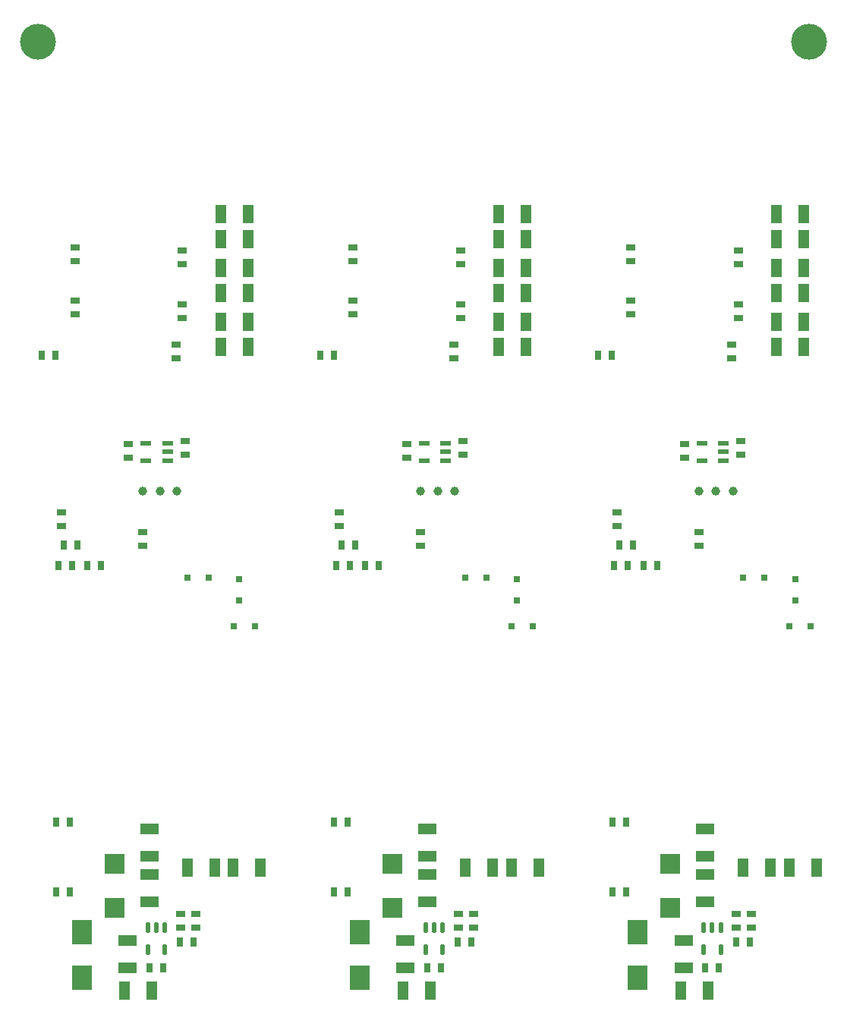
<source format=gbp>
%TF.GenerationSoftware,KiCad,Pcbnew,6.0.4-6f826c9f35~116~ubuntu20.04.1*%
%TF.CreationDate,2022-04-22T17:02:12+02:00*%
%TF.ProjectId,crawl_esc_pan,63726177-6c5f-4657-9363-5f70616e2e6b,rev?*%
%TF.SameCoordinates,Original*%
%TF.FileFunction,Paste,Bot*%
%TF.FilePolarity,Positive*%
%FSLAX46Y46*%
G04 Gerber Fmt 4.6, Leading zero omitted, Abs format (unit mm)*
G04 Created by KiCad (PCBNEW 6.0.4-6f826c9f35~116~ubuntu20.04.1) date 2022-04-22 17:02:12*
%MOMM*%
%LPD*%
G01*
G04 APERTURE LIST*
G04 Aperture macros list*
%AMRoundRect*
0 Rectangle with rounded corners*
0 $1 Rounding radius*
0 $2 $3 $4 $5 $6 $7 $8 $9 X,Y pos of 4 corners*
0 Add a 4 corners polygon primitive as box body*
4,1,4,$2,$3,$4,$5,$6,$7,$8,$9,$2,$3,0*
0 Add four circle primitives for the rounded corners*
1,1,$1+$1,$2,$3*
1,1,$1+$1,$4,$5*
1,1,$1+$1,$6,$7*
1,1,$1+$1,$8,$9*
0 Add four rect primitives between the rounded corners*
20,1,$1+$1,$2,$3,$4,$5,0*
20,1,$1+$1,$4,$5,$6,$7,0*
20,1,$1+$1,$6,$7,$8,$9,0*
20,1,$1+$1,$8,$9,$2,$3,0*%
G04 Aperture macros list end*
%ADD10C,1.000000*%
%ADD11C,4.000000*%
%ADD12R,1.016000X0.762000*%
%ADD13R,1.193800X2.006600*%
%ADD14RoundRect,0.147500X-0.147500X0.457500X-0.147500X-0.457500X0.147500X-0.457500X0.147500X0.457500X0*%
%ADD15R,0.800000X0.800000*%
%ADD16R,2.006600X1.193800*%
%ADD17R,0.762000X1.016000*%
%ADD18R,1.200000X0.600000*%
%ADD19R,2.260000X2.160000*%
%ADD20R,2.200000X2.700000*%
G04 APERTURE END LIST*
D10*
%TO.C,TP3*%
X109896516Y-87163671D03*
%TD*%
%TO.C,TP1*%
X76996517Y-87163671D03*
%TD*%
D11*
%TO.C,*%
X149401100Y-37103599D03*
%TD*%
D10*
%TO.C,TP3*%
X140896516Y-87163671D03*
%TD*%
%TO.C,TP2*%
X137096516Y-87163671D03*
%TD*%
%TO.C,TP1*%
X138996517Y-87163671D03*
%TD*%
D11*
%TO.C,*%
X63401100Y-37103599D03*
%TD*%
D10*
%TO.C,TP2*%
X106096516Y-87163671D03*
%TD*%
%TO.C,TP3*%
X78896516Y-87163671D03*
%TD*%
%TO.C,TP1*%
X107996517Y-87163671D03*
%TD*%
%TO.C,TP2*%
X75096516Y-87163671D03*
%TD*%
D12*
%TO.C,R5*%
X141300642Y-135865378D03*
X141300642Y-134341378D03*
%TD*%
%TO.C,C13*%
X141801100Y-83165599D03*
X141801100Y-81641599D03*
%TD*%
D13*
%TO.C,C3*%
X145791367Y-62278597D03*
X148839367Y-62278597D03*
%TD*%
D14*
%TO.C,IC3*%
X137650642Y-135848381D03*
X138600642Y-135848381D03*
X139550644Y-135848381D03*
X139550644Y-138358378D03*
X137650642Y-138358378D03*
%TD*%
D15*
%TO.C,D2*%
X85839100Y-97003597D03*
X85839100Y-99403597D03*
%TD*%
D16*
%TO.C,C19*%
X106800645Y-133027380D03*
X106800645Y-129979380D03*
%TD*%
D12*
%TO.C,R2*%
X79501102Y-67915597D03*
X79501102Y-66391597D03*
%TD*%
D15*
%TO.C,D1*%
X149601100Y-102303597D03*
X147201100Y-102303597D03*
%TD*%
D17*
%TO.C,R4*%
X127667264Y-95503597D03*
X129191264Y-95503597D03*
%TD*%
D12*
%TO.C,R1*%
X140751100Y-72370597D03*
X140751100Y-70846597D03*
%TD*%
D13*
%TO.C,C5*%
X145777098Y-71103595D03*
X148825098Y-71103595D03*
%TD*%
%TO.C,C4*%
X145791367Y-65078593D03*
X148839367Y-65078593D03*
%TD*%
D17*
%TO.C,R6*%
X142762644Y-137503381D03*
X141238644Y-137503381D03*
%TD*%
D12*
%TO.C,L1*%
X127996516Y-89601672D03*
X127996516Y-91125672D03*
%TD*%
D15*
%TO.C,D2*%
X147839100Y-97003597D03*
X147839100Y-99403597D03*
%TD*%
D17*
%TO.C,C18*%
X75838642Y-140403380D03*
X77362642Y-140403380D03*
%TD*%
D18*
%TO.C,IC1*%
X108846503Y-81873786D03*
X108846503Y-82823746D03*
X108846503Y-83773706D03*
X106446502Y-83773706D03*
X106446502Y-81873786D03*
%TD*%
D13*
%TO.C,C5*%
X150224642Y-129203376D03*
X147176642Y-129203376D03*
%TD*%
D19*
%TO.C,D2*%
X133900642Y-133653379D03*
X133900642Y-128753378D03*
%TD*%
D15*
%TO.C,D3*%
X80046516Y-96803597D03*
X82446516Y-96803597D03*
%TD*%
D13*
%TO.C,C5*%
X88224642Y-129203376D03*
X85176642Y-129203376D03*
%TD*%
%TO.C,C6*%
X83777098Y-68303597D03*
X86825098Y-68303597D03*
%TD*%
D12*
%TO.C,C15*%
X143000642Y-135865378D03*
X143000642Y-134341378D03*
%TD*%
D13*
%TO.C,C3*%
X142076642Y-129203376D03*
X145124642Y-129203376D03*
%TD*%
D16*
%TO.C,C20*%
X75800642Y-124879378D03*
X75800642Y-127927378D03*
%TD*%
D17*
%TO.C,R4*%
X96667264Y-95503597D03*
X98191264Y-95503597D03*
%TD*%
%TO.C,C11*%
X132439517Y-95515356D03*
X130915517Y-95515356D03*
%TD*%
D12*
%TO.C,R2*%
X110501102Y-67915597D03*
X110501102Y-66391597D03*
%TD*%
D18*
%TO.C,IC1*%
X77846503Y-81873786D03*
X77846503Y-82823746D03*
X77846503Y-83773706D03*
X75446502Y-83773706D03*
X75446502Y-81873786D03*
%TD*%
D15*
%TO.C,D1*%
X87601100Y-102303597D03*
X85201100Y-102303597D03*
%TD*%
D12*
%TO.C,R6*%
X129501100Y-61565597D03*
X129501100Y-60041597D03*
%TD*%
D15*
%TO.C,D3*%
X142046516Y-96803597D03*
X144446516Y-96803597D03*
%TD*%
D17*
%TO.C,C21*%
X66962644Y-124103378D03*
X65438644Y-124103378D03*
%TD*%
D12*
%TO.C,R1*%
X109751100Y-72370597D03*
X109751100Y-70846597D03*
%TD*%
D16*
%TO.C,C19*%
X137800645Y-133027380D03*
X137800645Y-129979380D03*
%TD*%
D12*
%TO.C,C15*%
X81000642Y-135865378D03*
X81000642Y-134341378D03*
%TD*%
D13*
%TO.C,C8*%
X83777103Y-56303599D03*
X86825103Y-56303599D03*
%TD*%
D17*
%TO.C,C11*%
X70439517Y-95515356D03*
X68915517Y-95515356D03*
%TD*%
D12*
%TO.C,R5*%
X110300642Y-135865378D03*
X110300642Y-134341378D03*
%TD*%
D18*
%TO.C,IC1*%
X139846503Y-81873786D03*
X139846503Y-82823746D03*
X139846503Y-83773706D03*
X137446502Y-83773706D03*
X137446502Y-81873786D03*
%TD*%
D13*
%TO.C,C3*%
X83791367Y-62278597D03*
X86839367Y-62278597D03*
%TD*%
%TO.C,C3*%
X111076642Y-129203376D03*
X114124642Y-129203376D03*
%TD*%
%TO.C,C4*%
X114791367Y-65078593D03*
X117839367Y-65078593D03*
%TD*%
%TO.C,C5*%
X83777098Y-71103595D03*
X86825098Y-71103595D03*
%TD*%
%TO.C,C5*%
X119224642Y-129203376D03*
X116176642Y-129203376D03*
%TD*%
%TO.C,C6*%
X114777098Y-68303597D03*
X117825098Y-68303597D03*
%TD*%
D15*
%TO.C,D1*%
X118601100Y-102303597D03*
X116201100Y-102303597D03*
%TD*%
D17*
%TO.C,C22*%
X97962644Y-131903376D03*
X96438644Y-131903376D03*
%TD*%
D20*
%TO.C,L2*%
X130300644Y-141453378D03*
X130300644Y-136353378D03*
%TD*%
D17*
%TO.C,C21*%
X97962644Y-124103378D03*
X96438644Y-124103378D03*
%TD*%
%TO.C,R4*%
X94839100Y-72003597D03*
X96363100Y-72003597D03*
%TD*%
D16*
%TO.C,C19*%
X75800645Y-133027380D03*
X75800645Y-129979380D03*
%TD*%
D14*
%TO.C,IC3*%
X75650642Y-135848381D03*
X76600642Y-135848381D03*
X77550644Y-135848381D03*
X77550644Y-138358378D03*
X75650642Y-138358378D03*
%TD*%
D13*
%TO.C,C7*%
X114777103Y-59103601D03*
X117825103Y-59103601D03*
%TD*%
%TO.C,C7*%
X145777103Y-59103601D03*
X148825103Y-59103601D03*
%TD*%
D17*
%TO.C,R6*%
X80762644Y-137503381D03*
X79238644Y-137503381D03*
%TD*%
D12*
%TO.C,R3*%
X110501102Y-61915597D03*
X110501102Y-60391597D03*
%TD*%
D13*
%TO.C,C5*%
X114777098Y-71103595D03*
X117825098Y-71103595D03*
%TD*%
D12*
%TO.C,C6*%
X135501100Y-83465599D03*
X135501100Y-81941599D03*
%TD*%
D16*
%TO.C,C9*%
X135400644Y-137279381D03*
X135400644Y-140327381D03*
%TD*%
D12*
%TO.C,C15*%
X112000642Y-135865378D03*
X112000642Y-134341378D03*
%TD*%
%TO.C,C6*%
X104501100Y-83465599D03*
X104501100Y-81941599D03*
%TD*%
%TO.C,C4*%
X106096516Y-91801673D03*
X106096516Y-93325673D03*
%TD*%
D17*
%TO.C,C22*%
X66962644Y-131903376D03*
X65438644Y-131903376D03*
%TD*%
D12*
%TO.C,C6*%
X73501100Y-83465599D03*
X73501100Y-81941599D03*
%TD*%
D13*
%TO.C,C3*%
X80076642Y-129203376D03*
X83124642Y-129203376D03*
%TD*%
D17*
%TO.C,R6*%
X111762644Y-137503381D03*
X110238644Y-137503381D03*
%TD*%
D20*
%TO.C,L2*%
X68300644Y-141453378D03*
X68300644Y-136353378D03*
%TD*%
D17*
%TO.C,C22*%
X128962644Y-131903376D03*
X127438644Y-131903376D03*
%TD*%
D13*
%TO.C,C8*%
X145777103Y-56303599D03*
X148825103Y-56303599D03*
%TD*%
D15*
%TO.C,D2*%
X116839100Y-97003597D03*
X116839100Y-99403597D03*
%TD*%
D17*
%TO.C,R4*%
X63839100Y-72003597D03*
X65363100Y-72003597D03*
%TD*%
D12*
%TO.C,C4*%
X137096516Y-91801673D03*
X137096516Y-93325673D03*
%TD*%
%TO.C,C13*%
X79801100Y-83165599D03*
X79801100Y-81641599D03*
%TD*%
D17*
%TO.C,R14*%
X128234517Y-93163672D03*
X129758517Y-93163672D03*
%TD*%
D16*
%TO.C,C9*%
X104400644Y-137279381D03*
X104400644Y-140327381D03*
%TD*%
D20*
%TO.C,L2*%
X99300644Y-141453378D03*
X99300644Y-136353378D03*
%TD*%
D17*
%TO.C,R14*%
X66234517Y-93163672D03*
X67758517Y-93163672D03*
%TD*%
D12*
%TO.C,R3*%
X141501102Y-61915597D03*
X141501102Y-60391597D03*
%TD*%
D17*
%TO.C,C21*%
X128962644Y-124103378D03*
X127438644Y-124103378D03*
%TD*%
D12*
%TO.C,L1*%
X96996516Y-89601672D03*
X96996516Y-91125672D03*
%TD*%
D13*
%TO.C,C3*%
X114791367Y-62278597D03*
X117839367Y-62278597D03*
%TD*%
%TO.C,C10*%
X76124642Y-142903378D03*
X73076642Y-142903378D03*
%TD*%
D15*
%TO.C,D3*%
X111046516Y-96803597D03*
X113446516Y-96803597D03*
%TD*%
D12*
%TO.C,R2*%
X141501102Y-67915597D03*
X141501102Y-66391597D03*
%TD*%
%TO.C,R5*%
X98501100Y-67465599D03*
X98501100Y-65941599D03*
%TD*%
D13*
%TO.C,C6*%
X145777098Y-68303597D03*
X148825098Y-68303597D03*
%TD*%
D12*
%TO.C,R5*%
X67501100Y-67465599D03*
X67501100Y-65941599D03*
%TD*%
%TO.C,L1*%
X65996516Y-89601672D03*
X65996516Y-91125672D03*
%TD*%
D13*
%TO.C,C10*%
X107124642Y-142903378D03*
X104076642Y-142903378D03*
%TD*%
D12*
%TO.C,C4*%
X75096516Y-91801673D03*
X75096516Y-93325673D03*
%TD*%
D16*
%TO.C,C20*%
X137800642Y-124879378D03*
X137800642Y-127927378D03*
%TD*%
D17*
%TO.C,R4*%
X65667264Y-95503597D03*
X67191264Y-95503597D03*
%TD*%
D12*
%TO.C,R5*%
X129501100Y-67465599D03*
X129501100Y-65941599D03*
%TD*%
D17*
%TO.C,R14*%
X97234517Y-93163672D03*
X98758517Y-93163672D03*
%TD*%
D12*
%TO.C,R5*%
X79300642Y-135865378D03*
X79300642Y-134341378D03*
%TD*%
D14*
%TO.C,IC3*%
X106650642Y-135848381D03*
X107600642Y-135848381D03*
X108550644Y-135848381D03*
X108550644Y-138358378D03*
X106650642Y-138358378D03*
%TD*%
D12*
%TO.C,R6*%
X98501100Y-61565597D03*
X98501100Y-60041597D03*
%TD*%
D16*
%TO.C,C9*%
X73400644Y-137279381D03*
X73400644Y-140327381D03*
%TD*%
D13*
%TO.C,C10*%
X138124642Y-142903378D03*
X135076642Y-142903378D03*
%TD*%
%TO.C,C7*%
X83777103Y-59103601D03*
X86825103Y-59103601D03*
%TD*%
D12*
%TO.C,C13*%
X110801100Y-83165599D03*
X110801100Y-81641599D03*
%TD*%
D17*
%TO.C,C18*%
X106838642Y-140403380D03*
X108362642Y-140403380D03*
%TD*%
D12*
%TO.C,R6*%
X67501100Y-61565597D03*
X67501100Y-60041597D03*
%TD*%
D17*
%TO.C,C18*%
X137838642Y-140403380D03*
X139362642Y-140403380D03*
%TD*%
D13*
%TO.C,C8*%
X114777103Y-56303599D03*
X117825103Y-56303599D03*
%TD*%
D17*
%TO.C,R4*%
X125839100Y-72003597D03*
X127363100Y-72003597D03*
%TD*%
D19*
%TO.C,D2*%
X71900642Y-133653379D03*
X71900642Y-128753378D03*
%TD*%
D17*
%TO.C,C11*%
X101439517Y-95515356D03*
X99915517Y-95515356D03*
%TD*%
D19*
%TO.C,D2*%
X102900642Y-133653379D03*
X102900642Y-128753378D03*
%TD*%
D12*
%TO.C,R3*%
X79501102Y-61915597D03*
X79501102Y-60391597D03*
%TD*%
D13*
%TO.C,C4*%
X83791367Y-65078593D03*
X86839367Y-65078593D03*
%TD*%
D16*
%TO.C,C20*%
X106800642Y-124879378D03*
X106800642Y-127927378D03*
%TD*%
D12*
%TO.C,R1*%
X78751100Y-72370597D03*
X78751100Y-70846597D03*
%TD*%
M02*

</source>
